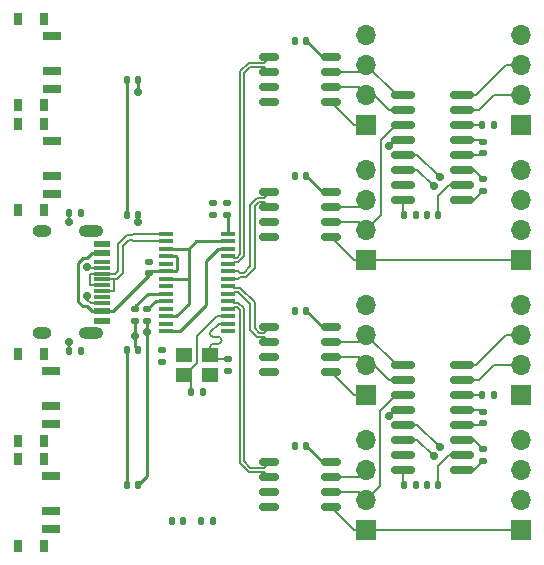
<source format=gbr>
%TF.GenerationSoftware,KiCad,Pcbnew,7.0.1*%
%TF.CreationDate,2023-04-24T21:53:49-04:00*%
%TF.ProjectId,lots-of-serial,6c6f7473-2d6f-4662-9d73-657269616c2e,rev?*%
%TF.SameCoordinates,Original*%
%TF.FileFunction,Copper,L1,Top*%
%TF.FilePolarity,Positive*%
%FSLAX46Y46*%
G04 Gerber Fmt 4.6, Leading zero omitted, Abs format (unit mm)*
G04 Created by KiCad (PCBNEW 7.0.1) date 2023-04-24 21:53:49*
%MOMM*%
%LPD*%
G01*
G04 APERTURE LIST*
G04 Aperture macros list*
%AMRoundRect*
0 Rectangle with rounded corners*
0 $1 Rounding radius*
0 $2 $3 $4 $5 $6 $7 $8 $9 X,Y pos of 4 corners*
0 Add a 4 corners polygon primitive as box body*
4,1,4,$2,$3,$4,$5,$6,$7,$8,$9,$2,$3,0*
0 Add four circle primitives for the rounded corners*
1,1,$1+$1,$2,$3*
1,1,$1+$1,$4,$5*
1,1,$1+$1,$6,$7*
1,1,$1+$1,$8,$9*
0 Add four rect primitives between the rounded corners*
20,1,$1+$1,$2,$3,$4,$5,0*
20,1,$1+$1,$4,$5,$6,$7,0*
20,1,$1+$1,$6,$7,$8,$9,0*
20,1,$1+$1,$8,$9,$2,$3,0*%
G04 Aperture macros list end*
%TA.AperFunction,SMDPad,CuDef*%
%ADD10RoundRect,0.150000X-0.675000X-0.150000X0.675000X-0.150000X0.675000X0.150000X-0.675000X0.150000X0*%
%TD*%
%TA.AperFunction,SMDPad,CuDef*%
%ADD11RoundRect,0.140000X0.140000X0.170000X-0.140000X0.170000X-0.140000X-0.170000X0.140000X-0.170000X0*%
%TD*%
%TA.AperFunction,SMDPad,CuDef*%
%ADD12RoundRect,0.140000X-0.140000X-0.170000X0.140000X-0.170000X0.140000X0.170000X-0.140000X0.170000X0*%
%TD*%
%TA.AperFunction,SMDPad,CuDef*%
%ADD13RoundRect,0.140000X-0.170000X0.140000X-0.170000X-0.140000X0.170000X-0.140000X0.170000X0.140000X0*%
%TD*%
%TA.AperFunction,SMDPad,CuDef*%
%ADD14RoundRect,0.140000X0.170000X-0.140000X0.170000X0.140000X-0.170000X0.140000X-0.170000X-0.140000X0*%
%TD*%
%TA.AperFunction,ComponentPad*%
%ADD15R,1.700000X1.700000*%
%TD*%
%TA.AperFunction,ComponentPad*%
%ADD16O,1.700000X1.700000*%
%TD*%
%TA.AperFunction,SMDPad,CuDef*%
%ADD17R,1.500000X0.700000*%
%TD*%
%TA.AperFunction,SMDPad,CuDef*%
%ADD18R,0.800000X1.000000*%
%TD*%
%TA.AperFunction,SMDPad,CuDef*%
%ADD19RoundRect,0.135000X-0.185000X0.135000X-0.185000X-0.135000X0.185000X-0.135000X0.185000X0.135000X0*%
%TD*%
%TA.AperFunction,SMDPad,CuDef*%
%ADD20RoundRect,0.147500X-0.147500X-0.172500X0.147500X-0.172500X0.147500X0.172500X-0.147500X0.172500X0*%
%TD*%
%TA.AperFunction,SMDPad,CuDef*%
%ADD21RoundRect,0.135000X-0.135000X-0.185000X0.135000X-0.185000X0.135000X0.185000X-0.135000X0.185000X0*%
%TD*%
%TA.AperFunction,SMDPad,CuDef*%
%ADD22R,1.450000X0.600000*%
%TD*%
%TA.AperFunction,SMDPad,CuDef*%
%ADD23R,1.450000X0.300000*%
%TD*%
%TA.AperFunction,ComponentPad*%
%ADD24O,2.100000X1.000000*%
%TD*%
%TA.AperFunction,ComponentPad*%
%ADD25O,1.600000X1.000000*%
%TD*%
%TA.AperFunction,SMDPad,CuDef*%
%ADD26R,1.200000X0.400000*%
%TD*%
%TA.AperFunction,SMDPad,CuDef*%
%ADD27RoundRect,0.150000X0.825000X0.150000X-0.825000X0.150000X-0.825000X-0.150000X0.825000X-0.150000X0*%
%TD*%
%TA.AperFunction,SMDPad,CuDef*%
%ADD28RoundRect,0.147500X0.147500X0.172500X-0.147500X0.172500X-0.147500X-0.172500X0.147500X-0.172500X0*%
%TD*%
%TA.AperFunction,SMDPad,CuDef*%
%ADD29R,1.400000X1.200000*%
%TD*%
%TA.AperFunction,ViaPad*%
%ADD30C,0.700000*%
%TD*%
%TA.AperFunction,Conductor*%
%ADD31C,0.250000*%
%TD*%
%TA.AperFunction,Conductor*%
%ADD32C,0.200000*%
%TD*%
%TA.AperFunction,Conductor*%
%ADD33C,0.180000*%
%TD*%
G04 APERTURE END LIST*
D10*
%TO.P,U5,1,UD+*%
%TO.N,D4+*%
X84243000Y-88900000D03*
%TO.P,U5,2,UD-*%
%TO.N,D4-*%
X84243000Y-90170000D03*
%TO.P,U5,3,GND*%
%TO.N,GND*%
X84243000Y-91440000D03*
%TO.P,U5,4,~{RTS}*%
%TO.N,unconnected-(U5-~{RTS}-Pad4)*%
X84243000Y-92710000D03*
%TO.P,U5,5,VCC*%
%TO.N,Vo4*%
X89493000Y-92710000D03*
%TO.P,U5,6,TXD*%
%TO.N,TX4*%
X89493000Y-91440000D03*
%TO.P,U5,7,RXD*%
%TO.N,RX4*%
X89493000Y-90170000D03*
%TO.P,U5,8,V3*%
%TO.N,Net-(U5-V3)*%
X89493000Y-88900000D03*
%TD*%
D11*
%TO.P,C19,1*%
%TO.N,GND*%
X103223000Y-60325000D03*
%TO.P,C19,2*%
%TO.N,Net-(U6-VS-)*%
X102263000Y-60325000D03*
%TD*%
D12*
%TO.P,C18,1*%
%TO.N,GND*%
X97564000Y-67945000D03*
%TO.P,C18,2*%
%TO.N,Net-(U6-VS+)*%
X98524000Y-67945000D03*
%TD*%
D11*
%TO.P,C17,1*%
%TO.N,GND*%
X103223000Y-83185000D03*
%TO.P,C17,2*%
%TO.N,Net-(U7-VS-)*%
X102263000Y-83185000D03*
%TD*%
D12*
%TO.P,C16,2*%
%TO.N,Net-(U7-VS+)*%
X98524000Y-90805000D03*
%TO.P,C16,1*%
%TO.N,GND*%
X97564000Y-90805000D03*
%TD*%
D13*
%TO.P,C15,1*%
%TO.N,Net-(U7-C2-)*%
X102362000Y-84610000D03*
%TO.P,C15,2*%
%TO.N,Net-(U7-C2+)*%
X102362000Y-85570000D03*
%TD*%
%TO.P,C14,1*%
%TO.N,Net-(U7-C1-)*%
X102362000Y-87785000D03*
%TO.P,C14,2*%
%TO.N,Net-(U7-C1+)*%
X102362000Y-88745000D03*
%TD*%
D11*
%TO.P,C13,1*%
%TO.N,GND*%
X96619000Y-90805000D03*
%TO.P,C13,2*%
%TO.N,VBUS*%
X95659000Y-90805000D03*
%TD*%
%TO.P,C12,2*%
%TO.N,VBUS*%
X95659000Y-67945000D03*
%TO.P,C12,1*%
%TO.N,GND*%
X96619000Y-67945000D03*
%TD*%
D14*
%TO.P,C11,1*%
%TO.N,Net-(U6-C2+)*%
X102362000Y-62710000D03*
%TO.P,C11,2*%
%TO.N,Net-(U6-C2-)*%
X102362000Y-61750000D03*
%TD*%
%TO.P,C10,1*%
%TO.N,Net-(U6-C1+)*%
X102362000Y-65885000D03*
%TO.P,C10,2*%
%TO.N,Net-(U6-C1-)*%
X102362000Y-64925000D03*
%TD*%
D15*
%TO.P,J5,1,Pin_1*%
%TO.N,Vo1*%
X105537000Y-60315000D03*
D16*
%TO.P,J5,2,Pin_2*%
%TO.N,232_TX1*%
X105537000Y-57775000D03*
%TO.P,J5,3,Pin_3*%
%TO.N,232_RX1*%
X105537000Y-55235000D03*
%TO.P,J5,4,Pin_4*%
%TO.N,GND*%
X105537000Y-52695000D03*
%TD*%
D15*
%TO.P,J8,1,Pin_1*%
%TO.N,Vo4*%
X105537000Y-94605000D03*
D16*
%TO.P,J8,2,Pin_2*%
%TO.N,232_TX4*%
X105537000Y-92065000D03*
%TO.P,J8,3,Pin_3*%
%TO.N,232_RX4*%
X105537000Y-89525000D03*
%TO.P,J8,4,Pin_4*%
%TO.N,GND*%
X105537000Y-86985000D03*
%TD*%
D15*
%TO.P,J7,1,Pin_1*%
%TO.N,Vo3*%
X105537000Y-83175000D03*
D16*
%TO.P,J7,2,Pin_2*%
%TO.N,232_TX3*%
X105537000Y-80635000D03*
%TO.P,J7,3,Pin_3*%
%TO.N,232_RX3*%
X105537000Y-78095000D03*
%TO.P,J7,4,Pin_4*%
%TO.N,GND*%
X105537000Y-75555000D03*
%TD*%
D15*
%TO.P,J6,1,Pin_1*%
%TO.N,Vo2*%
X105537000Y-71745000D03*
D16*
%TO.P,J6,2,Pin_2*%
%TO.N,232_TX2*%
X105537000Y-69205000D03*
%TO.P,J6,3,Pin_3*%
%TO.N,232_RX2*%
X105537000Y-66665000D03*
%TO.P,J6,4,Pin_4*%
%TO.N,GND*%
X105537000Y-64125000D03*
%TD*%
D10*
%TO.P,U3,8,V3*%
%TO.N,Net-(U3-V3)*%
X89493000Y-66040000D03*
%TO.P,U3,7,RXD*%
%TO.N,RX2*%
X89493000Y-67310000D03*
%TO.P,U3,6,TXD*%
%TO.N,TX2*%
X89493000Y-68580000D03*
%TO.P,U3,5,VCC*%
%TO.N,Vo2*%
X89493000Y-69850000D03*
%TO.P,U3,4,~{RTS}*%
%TO.N,unconnected-(U3-~{RTS}-Pad4)*%
X84243000Y-69850000D03*
%TO.P,U3,3,GND*%
%TO.N,GND*%
X84243000Y-68580000D03*
%TO.P,U3,2,UD-*%
%TO.N,D2-*%
X84243000Y-67310000D03*
%TO.P,U3,1,UD+*%
%TO.N,D2+*%
X84243000Y-66040000D03*
%TD*%
D17*
%TO.P,SW1,3,C*%
%TO.N,+3V3*%
X65801000Y-66155000D03*
%TO.P,SW1,2,B*%
%TO.N,Vo1*%
X65801000Y-64655000D03*
%TO.P,SW1,1,A*%
%TO.N,VBUS*%
X65801000Y-61655000D03*
D18*
%TO.P,SW1,*%
%TO.N,*%
X65151000Y-60255000D03*
X62941000Y-67555000D03*
X62941000Y-60255000D03*
X65151000Y-67555000D03*
%TD*%
D17*
%TO.P,SW2,3,C*%
%TO.N,+3V3*%
X65801000Y-57265000D03*
%TO.P,SW2,2,B*%
%TO.N,Vo2*%
X65801000Y-55765000D03*
%TO.P,SW2,1,A*%
%TO.N,VBUS*%
X65801000Y-52765000D03*
D18*
%TO.P,SW2,*%
%TO.N,*%
X65151000Y-51365000D03*
X62941000Y-58665000D03*
X62941000Y-51365000D03*
X65151000Y-58665000D03*
%TD*%
D17*
%TO.P,SW3,3,C*%
%TO.N,+3V3*%
X65786000Y-85656000D03*
%TO.P,SW3,2,B*%
%TO.N,Vo3*%
X65786000Y-84156000D03*
%TO.P,SW3,1,A*%
%TO.N,VBUS*%
X65786000Y-81156000D03*
D18*
%TO.P,SW3,*%
%TO.N,*%
X65136000Y-79756000D03*
X62926000Y-87056000D03*
X62926000Y-79756000D03*
X65136000Y-87056000D03*
%TD*%
%TO.P,SW4,*%
%TO.N,*%
X65136000Y-95946000D03*
X62926000Y-88646000D03*
X62926000Y-95946000D03*
X65136000Y-88646000D03*
D17*
%TO.P,SW4,1,A*%
%TO.N,VBUS*%
X65786000Y-90046000D03*
%TO.P,SW4,2,B*%
%TO.N,Vo4*%
X65786000Y-93046000D03*
%TO.P,SW4,3,C*%
%TO.N,+3V3*%
X65786000Y-94546000D03*
%TD*%
D15*
%TO.P,J4,1,Pin_1*%
%TO.N,Vo1*%
X92456000Y-60315000D03*
D16*
%TO.P,J4,2,Pin_2*%
%TO.N,TX1*%
X92456000Y-57775000D03*
%TO.P,J4,3,Pin_3*%
%TO.N,RX1*%
X92456000Y-55235000D03*
%TO.P,J4,4,Pin_4*%
%TO.N,GND*%
X92456000Y-52695000D03*
%TD*%
D15*
%TO.P,J1,1,Pin_1*%
%TO.N,Vo4*%
X92456000Y-94605000D03*
D16*
%TO.P,J1,2,Pin_2*%
%TO.N,TX4*%
X92456000Y-92065000D03*
%TO.P,J1,3,Pin_3*%
%TO.N,RX4*%
X92456000Y-89525000D03*
%TO.P,J1,4,Pin_4*%
%TO.N,GND*%
X92456000Y-86985000D03*
%TD*%
D15*
%TO.P,J2,1,Pin_1*%
%TO.N,Vo3*%
X92456000Y-83175000D03*
D16*
%TO.P,J2,2,Pin_2*%
%TO.N,TX3*%
X92456000Y-80635000D03*
%TO.P,J2,3,Pin_3*%
%TO.N,RX3*%
X92456000Y-78095000D03*
%TO.P,J2,4,Pin_4*%
%TO.N,GND*%
X92456000Y-75555000D03*
%TD*%
D15*
%TO.P,J3,1,Pin_1*%
%TO.N,Vo2*%
X92456000Y-71745000D03*
D16*
%TO.P,J3,2,Pin_2*%
%TO.N,TX2*%
X92456000Y-69205000D03*
%TO.P,J3,3,Pin_3*%
%TO.N,RX2*%
X92456000Y-66665000D03*
%TO.P,J3,4,Pin_4*%
%TO.N,GND*%
X92456000Y-64125000D03*
%TD*%
D14*
%TO.P,C1,1*%
%TO.N,GND*%
X80772000Y-81125000D03*
%TO.P,C1,2*%
%TO.N,/xtal+*%
X80772000Y-80165000D03*
%TD*%
D19*
%TO.P,R3,1*%
%TO.N,GND*%
X80645000Y-66927000D03*
%TO.P,R3,2*%
%TO.N,Net-(U1-REXT)*%
X80645000Y-67947000D03*
%TD*%
D20*
%TO.P,D4,1,K*%
%TO.N,Net-(D1-A)*%
X72159000Y-90805000D03*
%TO.P,D4,2,A*%
%TO.N,Net-(D3-K)*%
X73129000Y-90805000D03*
%TD*%
D12*
%TO.P,C8,1*%
%TO.N,GND*%
X86388000Y-76073000D03*
%TO.P,C8,2*%
%TO.N,Net-(U4-V3)*%
X87348000Y-76073000D03*
%TD*%
D20*
%TO.P,D5,1,K*%
%TO.N,Net-(D5-K)*%
X75969000Y-93853000D03*
%TO.P,D5,2,A*%
%TO.N,Net-(D1-A)*%
X76939000Y-93853000D03*
%TD*%
D21*
%TO.P,R1,1*%
%TO.N,Net-(USB1-CC1)*%
X67308000Y-67818000D03*
%TO.P,R1,2*%
%TO.N,GND*%
X68328000Y-67818000D03*
%TD*%
D12*
%TO.P,C2,1*%
%TO.N,/xtal-*%
X77625000Y-82931000D03*
%TO.P,C2,2*%
%TO.N,GND*%
X78585000Y-82931000D03*
%TD*%
D22*
%TO.P,USB1,A1,GND*%
%TO.N,GND*%
X70085000Y-70410000D03*
%TO.P,USB1,A4,VBUS*%
%TO.N,VBUS*%
X70085000Y-71210000D03*
D23*
%TO.P,USB1,A5,CC1*%
%TO.N,Net-(USB1-CC1)*%
X70085000Y-72410000D03*
%TO.P,USB1,A6,D+*%
%TO.N,DU+*%
X70085000Y-73410000D03*
%TO.P,USB1,A7,D-*%
%TO.N,DU-*%
X70085000Y-73910000D03*
%TO.P,USB1,A8,SBU1*%
%TO.N,unconnected-(USB1-SBU1-PadA8)*%
X70085000Y-74910000D03*
D22*
%TO.P,USB1,A9,VBUS*%
%TO.N,VBUS*%
X70085000Y-76110000D03*
%TO.P,USB1,A12,GND*%
%TO.N,GND*%
X70085000Y-76910000D03*
%TO.P,USB1,B1,GND*%
X70085000Y-76910000D03*
%TO.P,USB1,B4,VBUS*%
%TO.N,VBUS*%
X70085000Y-76110000D03*
D23*
%TO.P,USB1,B5,CC2*%
%TO.N,Net-(USB1-CC2)*%
X70085000Y-75410000D03*
%TO.P,USB1,B6,D+*%
%TO.N,DU+*%
X70085000Y-74410000D03*
%TO.P,USB1,B7,D-*%
%TO.N,DU-*%
X70085000Y-72910000D03*
%TO.P,USB1,B8,SBU2*%
%TO.N,unconnected-(USB1-SBU2-PadB8)*%
X70085000Y-71910000D03*
D22*
%TO.P,USB1,B9,VBUS*%
%TO.N,VBUS*%
X70085000Y-71210000D03*
%TO.P,USB1,B12,GND*%
%TO.N,GND*%
X70085000Y-70410000D03*
D24*
%TO.P,USB1,S1,SHIELD*%
%TO.N,unconnected-(USB1-SHIELD-PadS1)*%
X69170000Y-69340000D03*
D25*
X64990000Y-69340000D03*
D24*
X69170000Y-77980000D03*
D25*
X64990000Y-77980000D03*
%TD*%
D19*
%TO.P,R4,1*%
%TO.N,Net-(U1-LED1{slash}EESCL)*%
X72898000Y-75944000D03*
%TO.P,R4,2*%
%TO.N,Net-(D1-K)*%
X72898000Y-76964000D03*
%TD*%
D10*
%TO.P,U2,1,UD+*%
%TO.N,D1+*%
X84243000Y-54610000D03*
%TO.P,U2,2,UD-*%
%TO.N,D1-*%
X84243000Y-55880000D03*
%TO.P,U2,3,GND*%
%TO.N,GND*%
X84243000Y-57150000D03*
%TO.P,U2,4,~{RTS}*%
%TO.N,unconnected-(U2-~{RTS}-Pad4)*%
X84243000Y-58420000D03*
%TO.P,U2,5,VCC*%
%TO.N,Vo1*%
X89493000Y-58420000D03*
%TO.P,U2,6,TXD*%
%TO.N,TX1*%
X89493000Y-57150000D03*
%TO.P,U2,7,RXD*%
%TO.N,RX1*%
X89493000Y-55880000D03*
%TO.P,U2,8,V3*%
%TO.N,Net-(U2-V3)*%
X89493000Y-54610000D03*
%TD*%
D14*
%TO.P,C4,1*%
%TO.N,+3V3*%
X79502000Y-67917000D03*
%TO.P,C4,2*%
%TO.N,GND*%
X79502000Y-66957000D03*
%TD*%
D26*
%TO.P,U1,1,VSS*%
%TO.N,GND*%
X80705000Y-77787500D03*
%TO.P,U1,2,XOUT*%
%TO.N,/xtal+*%
X80705000Y-77152500D03*
%TO.P,U1,3,XIN*%
%TO.N,/xtal-*%
X80705000Y-76517500D03*
%TO.P,U1,4,DM4*%
%TO.N,D4-*%
X80705000Y-75882500D03*
%TO.P,U1,5,DP4*%
%TO.N,D4+*%
X80705000Y-75247500D03*
%TO.P,U1,6,DM3*%
%TO.N,D3-*%
X80705000Y-74612500D03*
%TO.P,U1,7,DP3*%
%TO.N,D3+*%
X80705000Y-73977500D03*
%TO.P,U1,8,DM2*%
%TO.N,D2-*%
X80705000Y-73342500D03*
%TO.P,U1,9,DP2*%
%TO.N,D2+*%
X80705000Y-72707500D03*
%TO.P,U1,10,DM1*%
%TO.N,D1-*%
X80705000Y-72072500D03*
%TO.P,U1,11,DP1*%
%TO.N,D1+*%
X80705000Y-71437500D03*
%TO.P,U1,12,VD18_O*%
%TO.N,+1V8*%
X80705000Y-70802500D03*
%TO.P,U1,13,VD33*%
%TO.N,+3V3*%
X80705000Y-70167500D03*
%TO.P,U1,14,REXT*%
%TO.N,Net-(U1-REXT)*%
X80705000Y-69532500D03*
%TO.P,U1,15,DMU*%
%TO.N,DU-*%
X75505000Y-69532500D03*
%TO.P,U1,16,DPU*%
%TO.N,DU+*%
X75505000Y-70167500D03*
%TO.P,U1,17,~{XRSTJ}*%
%TO.N,+3V3*%
X75505000Y-70802500D03*
%TO.P,U1,18,VBUSM*%
%TO.N,VBUS*%
X75505000Y-71437500D03*
%TO.P,U1,19,BUSJ*%
%TO.N,GND*%
X75505000Y-72072500D03*
%TO.P,U1,20,VDD5*%
%TO.N,VBUS*%
X75505000Y-72707500D03*
%TO.P,U1,21,VD33_O*%
%TO.N,+3V3*%
X75505000Y-73342500D03*
%TO.P,U1,22,DRV*%
%TO.N,Net-(D1-A)*%
X75505000Y-73977500D03*
%TO.P,U1,23,LED1/EESCL*%
%TO.N,Net-(U1-LED1{slash}EESCL)*%
X75505000Y-74612500D03*
%TO.P,U1,24,LED2*%
%TO.N,Net-(U1-LED2)*%
X75505000Y-75247500D03*
%TO.P,U1,25,PWRJ*%
%TO.N,unconnected-(U1-PWRJ-Pad25)*%
X75505000Y-75882500D03*
%TO.P,U1,26,OVCJ*%
%TO.N,+3V3*%
X75505000Y-76517500D03*
%TO.P,U1,27,TESTJ/EESDA*%
%TO.N,unconnected-(U1-TESTJ{slash}EESDA-Pad27)*%
X75505000Y-77152500D03*
%TO.P,U1,28,VD18*%
%TO.N,+1V8*%
X75505000Y-77787500D03*
%TD*%
D27*
%TO.P,U6,1,C1+*%
%TO.N,Net-(U6-C1+)*%
X100519000Y-66675000D03*
%TO.P,U6,2,VS+*%
%TO.N,Net-(U6-VS+)*%
X100519000Y-65405000D03*
%TO.P,U6,3,C1-*%
%TO.N,Net-(U6-C1-)*%
X100519000Y-64135000D03*
%TO.P,U6,4,C2+*%
%TO.N,Net-(U6-C2+)*%
X100519000Y-62865000D03*
%TO.P,U6,5,C2-*%
%TO.N,Net-(U6-C2-)*%
X100519000Y-61595000D03*
%TO.P,U6,6,VS-*%
%TO.N,Net-(U6-VS-)*%
X100519000Y-60325000D03*
%TO.P,U6,7,T2OUT*%
%TO.N,232_TX1*%
X100519000Y-59055000D03*
%TO.P,U6,8,R2IN*%
%TO.N,232_RX1*%
X100519000Y-57785000D03*
%TO.P,U6,9,R2OUT*%
%TO.N,RX1*%
X95569000Y-57785000D03*
%TO.P,U6,10,T2IN*%
%TO.N,TX1*%
X95569000Y-59055000D03*
%TO.P,U6,11,T1IN*%
%TO.N,TX2*%
X95569000Y-60325000D03*
%TO.P,U6,12,R1OUT*%
%TO.N,RX2*%
X95569000Y-61595000D03*
%TO.P,U6,13,R1IN*%
%TO.N,232_RX2*%
X95569000Y-62865000D03*
%TO.P,U6,14,T1OUT*%
%TO.N,232_TX2*%
X95569000Y-64135000D03*
%TO.P,U6,15,GND*%
%TO.N,GND*%
X95569000Y-65405000D03*
%TO.P,U6,16,VCC*%
%TO.N,VBUS*%
X95569000Y-66675000D03*
%TD*%
D12*
%TO.P,C7,1*%
%TO.N,GND*%
X86388000Y-64643000D03*
%TO.P,C7,2*%
%TO.N,Net-(U3-V3)*%
X87348000Y-64643000D03*
%TD*%
D13*
%TO.P,C3,1*%
%TO.N,+1V8*%
X75184000Y-79403000D03*
%TO.P,C3,2*%
%TO.N,GND*%
X75184000Y-80363000D03*
%TD*%
D27*
%TO.P,U7,1,C1+*%
%TO.N,Net-(U7-C1+)*%
X100519000Y-89535000D03*
%TO.P,U7,2,VS+*%
%TO.N,Net-(U7-VS+)*%
X100519000Y-88265000D03*
%TO.P,U7,3,C1-*%
%TO.N,Net-(U7-C1-)*%
X100519000Y-86995000D03*
%TO.P,U7,4,C2+*%
%TO.N,Net-(U7-C2+)*%
X100519000Y-85725000D03*
%TO.P,U7,5,C2-*%
%TO.N,Net-(U7-C2-)*%
X100519000Y-84455000D03*
%TO.P,U7,6,VS-*%
%TO.N,Net-(U7-VS-)*%
X100519000Y-83185000D03*
%TO.P,U7,7,T2OUT*%
%TO.N,232_TX3*%
X100519000Y-81915000D03*
%TO.P,U7,8,R2IN*%
%TO.N,232_RX3*%
X100519000Y-80645000D03*
%TO.P,U7,9,R2OUT*%
%TO.N,RX3*%
X95569000Y-80645000D03*
%TO.P,U7,10,T2IN*%
%TO.N,TX3*%
X95569000Y-81915000D03*
%TO.P,U7,11,T1IN*%
%TO.N,TX4*%
X95569000Y-83185000D03*
%TO.P,U7,12,R1OUT*%
%TO.N,RX4*%
X95569000Y-84455000D03*
%TO.P,U7,13,R1IN*%
%TO.N,232_RX4*%
X95569000Y-85725000D03*
%TO.P,U7,14,T1OUT*%
%TO.N,232_TX4*%
X95569000Y-86995000D03*
%TO.P,U7,15,GND*%
%TO.N,GND*%
X95569000Y-88265000D03*
%TO.P,U7,16,VCC*%
%TO.N,VBUS*%
X95569000Y-89535000D03*
%TD*%
D10*
%TO.P,U4,1,UD+*%
%TO.N,D3+*%
X84243000Y-77470000D03*
%TO.P,U4,2,UD-*%
%TO.N,D3-*%
X84243000Y-78740000D03*
%TO.P,U4,3,GND*%
%TO.N,GND*%
X84243000Y-80010000D03*
%TO.P,U4,4,~{RTS}*%
%TO.N,unconnected-(U4-~{RTS}-Pad4)*%
X84243000Y-81280000D03*
%TO.P,U4,5,VCC*%
%TO.N,Vo3*%
X89493000Y-81280000D03*
%TO.P,U4,6,TXD*%
%TO.N,TX3*%
X89493000Y-80010000D03*
%TO.P,U4,7,RXD*%
%TO.N,RX3*%
X89493000Y-78740000D03*
%TO.P,U4,8,V3*%
%TO.N,Net-(U4-V3)*%
X89493000Y-77470000D03*
%TD*%
D19*
%TO.P,R5,1*%
%TO.N,Net-(U1-LED2)*%
X73914000Y-75944000D03*
%TO.P,R5,2*%
%TO.N,Net-(D3-K)*%
X73914000Y-76964000D03*
%TD*%
D14*
%TO.P,C5,1*%
%TO.N,VBUS*%
X74041000Y-72870000D03*
%TO.P,C5,2*%
%TO.N,GND*%
X74041000Y-71910000D03*
%TD*%
D12*
%TO.P,C9,1*%
%TO.N,GND*%
X86388000Y-87503000D03*
%TO.P,C9,2*%
%TO.N,Net-(U5-V3)*%
X87348000Y-87503000D03*
%TD*%
D20*
%TO.P,D2,1,K*%
%TO.N,Net-(D1-A)*%
X72159000Y-79375000D03*
%TO.P,D2,2,A*%
%TO.N,Net-(D1-K)*%
X73129000Y-79375000D03*
%TD*%
D28*
%TO.P,D1,1,K*%
%TO.N,Net-(D1-K)*%
X73129000Y-56515000D03*
%TO.P,D1,2,A*%
%TO.N,Net-(D1-A)*%
X72159000Y-56515000D03*
%TD*%
D21*
%TO.P,R6,2*%
%TO.N,GND*%
X79504000Y-93853000D03*
%TO.P,R6,1*%
%TO.N,Net-(D5-K)*%
X78484000Y-93853000D03*
%TD*%
D12*
%TO.P,C6,2*%
%TO.N,Net-(U2-V3)*%
X87348000Y-53213000D03*
%TO.P,C6,1*%
%TO.N,GND*%
X86388000Y-53213000D03*
%TD*%
D28*
%TO.P,D3,1,K*%
%TO.N,Net-(D3-K)*%
X73129000Y-67945000D03*
%TO.P,D3,2,A*%
%TO.N,Net-(D1-A)*%
X72159000Y-67945000D03*
%TD*%
D21*
%TO.P,R2,1*%
%TO.N,Net-(USB1-CC2)*%
X67308000Y-79502000D03*
%TO.P,R2,2*%
%TO.N,GND*%
X68328000Y-79502000D03*
%TD*%
D29*
%TO.P,Y1,1,1*%
%TO.N,/xtal-*%
X77005000Y-81495000D03*
%TO.P,Y1,2,2*%
%TO.N,GND*%
X79205000Y-81495000D03*
%TO.P,Y1,3,3*%
%TO.N,/xtal+*%
X79205000Y-79795000D03*
%TO.P,Y1,4,4*%
%TO.N,GND*%
X77005000Y-79795000D03*
%TD*%
D30*
%TO.N,Net-(D1-K)*%
X73152000Y-57531000D03*
X72898000Y-78232000D03*
%TO.N,Net-(D3-K)*%
X73914000Y-77851000D03*
X73152000Y-68580000D03*
%TO.N,RX4*%
X94361000Y-84963000D03*
%TO.N,RX2*%
X94361000Y-62103000D03*
%TO.N,232_TX4*%
X98171000Y-88392000D03*
%TO.N,232_RX4*%
X98679000Y-87630000D03*
%TO.N,232_TX2*%
X98171000Y-65532000D03*
%TO.N,232_RX2*%
X98679000Y-64770000D03*
%TO.N,Net-(USB1-CC2)*%
X67310000Y-78740000D03*
X68810498Y-74803000D03*
%TO.N,Net-(USB1-CC1)*%
X67310000Y-68580000D03*
X68815224Y-72353334D03*
%TD*%
D31*
%TO.N,Net-(D1-A)*%
X72159000Y-79375000D02*
X72159000Y-90805000D01*
X72159000Y-56515000D02*
X72159000Y-67945000D01*
%TO.N,Net-(D1-K)*%
X73152000Y-56538000D02*
X73129000Y-56515000D01*
X73152000Y-57531000D02*
X73152000Y-56538000D01*
X72898000Y-78232000D02*
X72898000Y-79144000D01*
%TO.N,Net-(D3-K)*%
X73914000Y-77851000D02*
X73914000Y-90020000D01*
X73914000Y-90020000D02*
X73129000Y-90805000D01*
X73129000Y-67945000D02*
X73129000Y-68557000D01*
X73129000Y-68557000D02*
X73152000Y-68580000D01*
X73914000Y-77851000D02*
X73914000Y-76964000D01*
%TO.N,Net-(D1-K)*%
X72898000Y-76964000D02*
X72898000Y-78232000D01*
X72898000Y-79144000D02*
X73129000Y-79375000D01*
%TO.N,Net-(U1-LED1{slash}EESCL)*%
X75505000Y-74612500D02*
X73977500Y-74612500D01*
X73977500Y-74612500D02*
X72898000Y-75692000D01*
X72898000Y-75692000D02*
X72898000Y-75944000D01*
%TO.N,Net-(U1-LED2)*%
X75505000Y-75247500D02*
X74610500Y-75247500D01*
X74610500Y-75247500D02*
X73914000Y-75944000D01*
%TO.N,Net-(U1-REXT)*%
X80705000Y-69532500D02*
X80705000Y-68007000D01*
X80705000Y-68007000D02*
X80645000Y-67947000D01*
%TO.N,VBUS*%
X70085000Y-76110000D02*
X70956000Y-76110000D01*
X70956000Y-76110000D02*
X74041000Y-73025000D01*
X74041000Y-73025000D02*
X74041000Y-72870000D01*
X75505000Y-72707500D02*
X74203500Y-72707500D01*
X74203500Y-72707500D02*
X74041000Y-72870000D01*
%TO.N,+1V8*%
X75505000Y-77787500D02*
X76644500Y-77787500D01*
X76644500Y-77787500D02*
X78867000Y-75565000D01*
X78867000Y-75565000D02*
X78867000Y-71825500D01*
X78867000Y-71825500D02*
X79890000Y-70802500D01*
X79890000Y-70802500D02*
X80705000Y-70802500D01*
%TO.N,Net-(U2-V3)*%
X87348000Y-53213000D02*
X88745000Y-54610000D01*
X88745000Y-54610000D02*
X89493000Y-54610000D01*
%TO.N,Net-(U3-V3)*%
X87348000Y-64643000D02*
X88745000Y-66040000D01*
X88745000Y-66040000D02*
X89493000Y-66040000D01*
%TO.N,Net-(U4-V3)*%
X87348000Y-76073000D02*
X88745000Y-77470000D01*
X88745000Y-77470000D02*
X89493000Y-77470000D01*
%TO.N,Net-(U5-V3)*%
X87348000Y-87503000D02*
X88745000Y-88900000D01*
X88745000Y-88900000D02*
X89493000Y-88900000D01*
%TO.N,+3V3*%
X75505000Y-73342500D02*
X77406500Y-73342500D01*
X75505000Y-76517500D02*
X76355000Y-76517500D01*
X76355000Y-76517500D02*
X77406500Y-75466000D01*
X77406500Y-75466000D02*
X77406500Y-70802500D01*
%TO.N,VBUS*%
X75505000Y-71437500D02*
X76355000Y-71437500D01*
X76320000Y-72707500D02*
X75505000Y-72707500D01*
X76355000Y-71437500D02*
X76430000Y-71512500D01*
X76430000Y-71512500D02*
X76430000Y-72597500D01*
X76430000Y-72597500D02*
X76320000Y-72707500D01*
%TO.N,+3V3*%
X75505000Y-70802500D02*
X77406500Y-70802500D01*
X77406500Y-70802500D02*
X78041500Y-70167500D01*
X78041500Y-70167500D02*
X80705000Y-70167500D01*
D32*
%TO.N,/xtal-*%
X77625000Y-82931000D02*
X77625000Y-82115000D01*
X77625000Y-82115000D02*
X77005000Y-81495000D01*
%TO.N,/xtal+*%
X80772000Y-80165000D02*
X79575000Y-80165000D01*
X79575000Y-80165000D02*
X79205000Y-79795000D01*
X79205000Y-79167000D02*
X79205000Y-79795000D01*
X79205000Y-77967000D02*
X79205000Y-77887500D01*
X79205000Y-77887500D02*
X79940000Y-77152500D01*
X79205000Y-77967000D02*
G75*
G03*
X79505000Y-78267000I300000J0D01*
G01*
X80205000Y-78567000D02*
G75*
G03*
X79905000Y-78267000I-300000J0D01*
G01*
X79905000Y-78867000D02*
G75*
G03*
X80205000Y-78567000I0J300000D01*
G01*
X79505000Y-78867000D02*
G75*
G03*
X79205000Y-79167000I0J-300000D01*
G01*
X80705000Y-77152500D02*
X79940000Y-77152500D01*
X79505000Y-78267000D02*
X79905000Y-78267000D01*
X79905000Y-78867000D02*
X79505000Y-78867000D01*
%TO.N,/xtal-*%
X80705000Y-76517500D02*
X79819500Y-76517500D01*
X79819500Y-76517500D02*
X78105000Y-78232000D01*
X78105000Y-78232000D02*
X78105000Y-80495000D01*
X78105000Y-80495000D02*
X77105000Y-81495000D01*
X77105000Y-81495000D02*
X77005000Y-81495000D01*
%TO.N,Vo3*%
X89493000Y-81280000D02*
X91388000Y-83175000D01*
X91388000Y-83175000D02*
X92456000Y-83175000D01*
D33*
%TO.N,D2-*%
X82994000Y-67230239D02*
X82994000Y-72468702D01*
%TO.N,D2+*%
X81732501Y-72835000D02*
X81605001Y-72707500D01*
%TO.N,D2-*%
X83798000Y-66865000D02*
X83359239Y-66865000D01*
%TO.N,D2+*%
X84243000Y-66040000D02*
X83798000Y-66485000D01*
X81605001Y-72707500D02*
X80705000Y-72707500D01*
%TO.N,D2-*%
X84243000Y-67310000D02*
X83798000Y-66865000D01*
%TO.N,D2+*%
X83201835Y-66485000D02*
X82614000Y-67072835D01*
X82090298Y-72835000D02*
X81732501Y-72835000D01*
%TO.N,D2-*%
X82994000Y-72468702D02*
X82247702Y-73215000D01*
X83359239Y-66865000D02*
X82994000Y-67230239D01*
X81732501Y-73215000D02*
X81605001Y-73342500D01*
%TO.N,D2+*%
X82614000Y-72311298D02*
X82090298Y-72835000D01*
X82614000Y-67072835D02*
X82614000Y-72311298D01*
X83798000Y-66485000D02*
X83201835Y-66485000D01*
%TO.N,D2-*%
X82247702Y-73215000D02*
X81732501Y-73215000D01*
X81605001Y-73342500D02*
X80705000Y-73342500D01*
%TO.N,D1-*%
X81612702Y-71945000D02*
X82105000Y-71452702D01*
X81232500Y-71945000D02*
X81612702Y-71945000D01*
%TO.N,D1+*%
X81725000Y-71295298D02*
X81725000Y-55801298D01*
%TO.N,D1-*%
X81105000Y-72072500D02*
X81232500Y-71945000D01*
%TO.N,D1+*%
X81725000Y-55801298D02*
X82471298Y-55055000D01*
%TO.N,D1-*%
X82105000Y-71452702D02*
X82105000Y-55958702D01*
X83798000Y-55435000D02*
X84243000Y-55880000D01*
%TO.N,D1+*%
X81455298Y-71565000D02*
X81725000Y-71295298D01*
X81232500Y-71565000D02*
X81455298Y-71565000D01*
X81105000Y-71437500D02*
X81232500Y-71565000D01*
X82471298Y-55055000D02*
X83798000Y-55055000D01*
X80705000Y-71437500D02*
X81105000Y-71437500D01*
%TO.N,D1-*%
X80705000Y-72072500D02*
X81105000Y-72072500D01*
%TO.N,D1+*%
X83798000Y-55055000D02*
X84243000Y-54610000D01*
%TO.N,D1-*%
X82105000Y-55958702D02*
X82628702Y-55435000D01*
X82628702Y-55435000D02*
X83798000Y-55435000D01*
%TO.N,D3-*%
X82614000Y-75516702D02*
X81582298Y-74485000D01*
X82614000Y-77707165D02*
X82614000Y-75516702D01*
%TO.N,D3+*%
X81232500Y-74105000D02*
X81105000Y-73977500D01*
%TO.N,D3-*%
X83798000Y-78295000D02*
X83201835Y-78295000D01*
X84243000Y-78740000D02*
X83798000Y-78295000D01*
X83201835Y-78295000D02*
X82614000Y-77707165D01*
%TO.N,D3+*%
X81105000Y-73977500D02*
X80705000Y-73977500D01*
X82994000Y-75359298D02*
X81739702Y-74105000D01*
X82994000Y-77549761D02*
X82994000Y-75359298D01*
X83359239Y-77915000D02*
X82994000Y-77549761D01*
X84243000Y-77470000D02*
X83798000Y-77915000D01*
X81739702Y-74105000D02*
X81232500Y-74105000D01*
X83798000Y-77915000D02*
X83359239Y-77915000D01*
%TO.N,D3-*%
X81582298Y-74485000D02*
X81232500Y-74485000D01*
X81232500Y-74485000D02*
X81105000Y-74612500D01*
X81105000Y-74612500D02*
X80705000Y-74612500D01*
%TO.N,D4-*%
X81455298Y-75755000D02*
X81725000Y-76024702D01*
X80705000Y-75882500D02*
X81105000Y-75882500D01*
%TO.N,D4+*%
X81105000Y-75247500D02*
X81232500Y-75375000D01*
%TO.N,D4-*%
X81725000Y-88978702D02*
X82471298Y-89725000D01*
%TO.N,D4+*%
X82628702Y-89345000D02*
X83798000Y-89345000D01*
%TO.N,D4-*%
X81232500Y-75755000D02*
X81455298Y-75755000D01*
%TO.N,D4+*%
X82105000Y-75867298D02*
X82105000Y-88821298D01*
X81612702Y-75375000D02*
X82105000Y-75867298D01*
%TO.N,D4-*%
X82471298Y-89725000D02*
X83798000Y-89725000D01*
X81725000Y-76024702D02*
X81725000Y-88978702D01*
%TO.N,D4+*%
X82105000Y-88821298D02*
X82628702Y-89345000D01*
X81232500Y-75375000D02*
X81612702Y-75375000D01*
%TO.N,D4-*%
X81105000Y-75882500D02*
X81232500Y-75755000D01*
%TO.N,D4+*%
X83798000Y-89345000D02*
X84243000Y-88900000D01*
X80705000Y-75247500D02*
X81105000Y-75247500D01*
%TO.N,D4-*%
X83798000Y-89725000D02*
X84243000Y-90170000D01*
%TO.N,DU-*%
X70085000Y-72910000D02*
X70660000Y-72910000D01*
%TO.N,DU+*%
X71818000Y-72834348D02*
X71818000Y-70567200D01*
X71818000Y-70567200D02*
X72345200Y-70040000D01*
%TO.N,DU-*%
X72692000Y-69532500D02*
X75505000Y-69532500D01*
%TO.N,DU+*%
X72345200Y-70040000D02*
X72564500Y-70040000D01*
X70660000Y-73410000D02*
X70720000Y-73350000D01*
%TO.N,DU-*%
X72187796Y-69660000D02*
X72564500Y-69660000D01*
X70660000Y-72910000D02*
X70720000Y-72970000D01*
%TO.N,DU+*%
X70720000Y-73350000D02*
X71302348Y-73350000D01*
X72692000Y-70167500D02*
X75505000Y-70167500D01*
X72564500Y-70040000D02*
X72692000Y-70167500D01*
X70085000Y-73410000D02*
X70660000Y-73410000D01*
X71302348Y-73350000D02*
X71818000Y-72834348D01*
%TO.N,DU-*%
X70720000Y-72970000D02*
X71144944Y-72970000D01*
X71144944Y-72970000D02*
X71438000Y-72676944D01*
X71438000Y-72676944D02*
X71438000Y-70409796D01*
X71438000Y-70409796D02*
X72187796Y-69660000D01*
X72564500Y-69660000D02*
X72692000Y-69532500D01*
D32*
%TO.N,TX3*%
X89493000Y-80010000D02*
X91831000Y-80010000D01*
X91831000Y-80010000D02*
X92456000Y-80635000D01*
%TO.N,RX3*%
X89493000Y-78740000D02*
X91811000Y-78740000D01*
X91811000Y-78740000D02*
X92456000Y-78095000D01*
%TO.N,RX4*%
X89493000Y-90170000D02*
X91811000Y-90170000D01*
X91811000Y-90170000D02*
X92456000Y-89525000D01*
%TO.N,TX4*%
X89493000Y-91440000D02*
X91831000Y-91440000D01*
X91831000Y-91440000D02*
X92456000Y-92065000D01*
%TO.N,Vo4*%
X89493000Y-92710000D02*
X91388000Y-94605000D01*
X91388000Y-94605000D02*
X92456000Y-94605000D01*
X92456000Y-94605000D02*
X105537000Y-94605000D01*
%TO.N,Vo2*%
X92456000Y-71745000D02*
X105537000Y-71745000D01*
X89493000Y-69850000D02*
X91388000Y-71745000D01*
X91388000Y-71745000D02*
X92456000Y-71745000D01*
%TO.N,Vo1*%
X89493000Y-58420000D02*
X91388000Y-60315000D01*
X91388000Y-60315000D02*
X92456000Y-60315000D01*
%TO.N,RX2*%
X89493000Y-67310000D02*
X91811000Y-67310000D01*
X91811000Y-67310000D02*
X92456000Y-66665000D01*
%TO.N,TX2*%
X92456000Y-69205000D02*
X91831000Y-68580000D01*
X91831000Y-68580000D02*
X89493000Y-68580000D01*
%TO.N,RX1*%
X89493000Y-55880000D02*
X91811000Y-55880000D01*
X91811000Y-55880000D02*
X92456000Y-55235000D01*
%TO.N,TX1*%
X92456000Y-57775000D02*
X91831000Y-57150000D01*
X91831000Y-57150000D02*
X89493000Y-57150000D01*
%TO.N,TX4*%
X92456000Y-92065000D02*
X93606000Y-90915000D01*
X93606000Y-84575000D02*
X94996000Y-83185000D01*
X93606000Y-90915000D02*
X93606000Y-84575000D01*
X94996000Y-83185000D02*
X95569000Y-83185000D01*
%TO.N,RX4*%
X94869000Y-84455000D02*
X94361000Y-84963000D01*
X95569000Y-84455000D02*
X94869000Y-84455000D01*
%TO.N,TX3*%
X92456000Y-80635000D02*
X93081000Y-80635000D01*
X93081000Y-80635000D02*
X94361000Y-81915000D01*
X94361000Y-81915000D02*
X95569000Y-81915000D01*
%TO.N,RX3*%
X92456000Y-78095000D02*
X95006000Y-80645000D01*
X95006000Y-80645000D02*
X95569000Y-80645000D01*
%TO.N,RX1*%
X92456000Y-55235000D02*
X95006000Y-57785000D01*
X95006000Y-57785000D02*
X95569000Y-57785000D01*
%TO.N,TX1*%
X95569000Y-59055000D02*
X94361000Y-59055000D01*
X94361000Y-59055000D02*
X93081000Y-57775000D01*
X93081000Y-57775000D02*
X92456000Y-57775000D01*
%TO.N,TX2*%
X92456000Y-69205000D02*
X93711000Y-67950000D01*
X93711000Y-67950000D02*
X93711000Y-61610000D01*
X93711000Y-61610000D02*
X94996000Y-60325000D01*
X94996000Y-60325000D02*
X95569000Y-60325000D01*
%TO.N,RX2*%
X94869000Y-61595000D02*
X94361000Y-62103000D01*
X95569000Y-61595000D02*
X94869000Y-61595000D01*
%TO.N,232_TX4*%
X98171000Y-88392000D02*
X96774000Y-86995000D01*
X96774000Y-86995000D02*
X95569000Y-86995000D01*
%TO.N,232_RX4*%
X96774000Y-85725000D02*
X98679000Y-87630000D01*
X95569000Y-85725000D02*
X96774000Y-85725000D01*
%TO.N,232_TX2*%
X95569000Y-64135000D02*
X96774000Y-64135000D01*
X96774000Y-64135000D02*
X98171000Y-65532000D01*
%TO.N,232_RX2*%
X96774000Y-62865000D02*
X98679000Y-64770000D01*
X95569000Y-62865000D02*
X96774000Y-62865000D01*
%TO.N,232_RX1*%
X100519000Y-57785000D02*
X101727000Y-57785000D01*
X101727000Y-57785000D02*
X104277000Y-55235000D01*
X104277000Y-55235000D02*
X105537000Y-55235000D01*
%TO.N,232_TX3*%
X100519000Y-81915000D02*
X101981000Y-81915000D01*
X101981000Y-81915000D02*
X103261000Y-80635000D01*
X103261000Y-80635000D02*
X105537000Y-80635000D01*
%TO.N,232_RX3*%
X100519000Y-80645000D02*
X101727000Y-80645000D01*
X101727000Y-80645000D02*
X104277000Y-78095000D01*
X104277000Y-78095000D02*
X105537000Y-78095000D01*
%TO.N,VBUS*%
X95569000Y-89535000D02*
X95569000Y-90715000D01*
X95569000Y-90715000D02*
X95659000Y-90805000D01*
%TO.N,Net-(U7-VS+)*%
X98524000Y-90805000D02*
X98524000Y-89182000D01*
X98524000Y-89182000D02*
X99441000Y-88265000D01*
X99441000Y-88265000D02*
X100519000Y-88265000D01*
%TO.N,Net-(U7-C1+)*%
X100519000Y-89535000D02*
X101572000Y-89535000D01*
X101572000Y-89535000D02*
X102362000Y-88745000D01*
%TO.N,Net-(U7-C1-)*%
X100519000Y-86995000D02*
X101572000Y-86995000D01*
X101572000Y-86995000D02*
X102362000Y-87785000D01*
%TO.N,Net-(U7-C2+)*%
X100519000Y-85725000D02*
X102207000Y-85725000D01*
X102207000Y-85725000D02*
X102362000Y-85570000D01*
%TO.N,Net-(U7-C2-)*%
X100519000Y-84455000D02*
X102207000Y-84455000D01*
X102207000Y-84455000D02*
X102362000Y-84610000D01*
%TO.N,Net-(U7-VS-)*%
X100519000Y-83185000D02*
X102263000Y-83185000D01*
%TO.N,VBUS*%
X95569000Y-66675000D02*
X95569000Y-67855000D01*
X95569000Y-67855000D02*
X95659000Y-67945000D01*
%TO.N,Net-(U6-VS+)*%
X98524000Y-67945000D02*
X98524000Y-66322000D01*
X98524000Y-66322000D02*
X99441000Y-65405000D01*
X99441000Y-65405000D02*
X100519000Y-65405000D01*
%TO.N,232_TX1*%
X100519000Y-59055000D02*
X101981000Y-59055000D01*
X101981000Y-59055000D02*
X103261000Y-57775000D01*
X103261000Y-57775000D02*
X105537000Y-57775000D01*
%TO.N,Net-(U6-C1+)*%
X100519000Y-66675000D02*
X101572000Y-66675000D01*
X101572000Y-66675000D02*
X102362000Y-65885000D01*
%TO.N,Net-(U6-C1-)*%
X100519000Y-64135000D02*
X101572000Y-64135000D01*
X101572000Y-64135000D02*
X102362000Y-64925000D01*
%TO.N,Net-(U6-VS-)*%
X100519000Y-60325000D02*
X102263000Y-60325000D01*
%TO.N,Net-(U6-C2-)*%
X100519000Y-61595000D02*
X102207000Y-61595000D01*
X102207000Y-61595000D02*
X102362000Y-61750000D01*
%TO.N,Net-(U6-C2+)*%
X100519000Y-62865000D02*
X102207000Y-62865000D01*
X102207000Y-62865000D02*
X102362000Y-62710000D01*
D31*
%TO.N,VBUS*%
X70085000Y-76110000D02*
X69189949Y-76110000D01*
X69189949Y-76110000D02*
X68771949Y-75692000D01*
X68771949Y-75692000D02*
X68453000Y-75692000D01*
X68453000Y-75692000D02*
X68072000Y-75311000D01*
X68453000Y-71628000D02*
X68771949Y-71628000D01*
X68072000Y-75311000D02*
X68072000Y-72009000D01*
X68072000Y-72009000D02*
X68453000Y-71628000D01*
X68771949Y-71628000D02*
X69189949Y-71210000D01*
X69189949Y-71210000D02*
X70085000Y-71210000D01*
D32*
%TO.N,Net-(USB1-CC2)*%
X68810498Y-75110498D02*
X68810498Y-74803000D01*
X69110000Y-75410000D02*
X68810498Y-75110498D01*
X70085000Y-75410000D02*
X69110000Y-75410000D01*
X67310000Y-79500000D02*
X67308000Y-79502000D01*
X67310000Y-78740000D02*
X67310000Y-79500000D01*
%TO.N,Net-(USB1-CC1)*%
X70085000Y-72410000D02*
X68871890Y-72410000D01*
X68871890Y-72410000D02*
X68815224Y-72353334D01*
X67310000Y-67820000D02*
X67308000Y-67818000D01*
X67310000Y-68580000D02*
X67310000Y-67820000D01*
D33*
%TO.N,DU-*%
X70085000Y-73910000D02*
X69130000Y-73910000D01*
X69130000Y-73910000D02*
X69070000Y-73850000D01*
X69070000Y-73850000D02*
X69070000Y-72970000D01*
X69070000Y-72970000D02*
X69130000Y-72910000D01*
X69130000Y-72910000D02*
X70085000Y-72910000D01*
%TO.N,DU+*%
X70085000Y-74410000D02*
X71040000Y-74410000D01*
X71040000Y-74410000D02*
X71100000Y-74350000D01*
X71100000Y-74350000D02*
X71100000Y-73470000D01*
X71100000Y-73470000D02*
X71040000Y-73410000D01*
X71040000Y-73410000D02*
X70085000Y-73410000D01*
%TD*%
M02*

</source>
